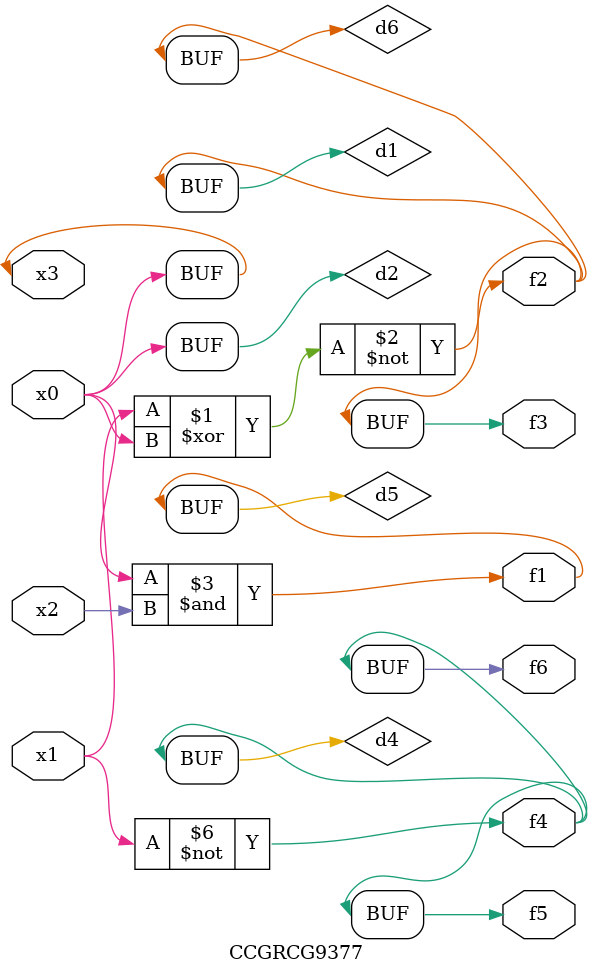
<source format=v>
module CCGRCG9377(
	input x0, x1, x2, x3,
	output f1, f2, f3, f4, f5, f6
);

	wire d1, d2, d3, d4, d5, d6;

	xnor (d1, x1, x3);
	buf (d2, x0, x3);
	nand (d3, x0, x2);
	not (d4, x1);
	nand (d5, d3);
	or (d6, d1);
	assign f1 = d5;
	assign f2 = d6;
	assign f3 = d6;
	assign f4 = d4;
	assign f5 = d4;
	assign f6 = d4;
endmodule

</source>
